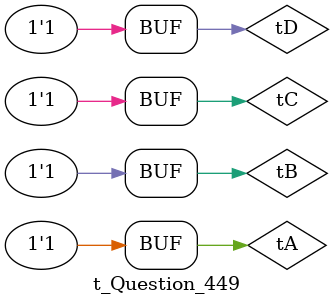
<source format=v>
module Question_449(F1, F2, A, B, C, D);
output F1;
output F2;
input A, B, C, D;
wire T1, T2, T3, T4, n1Out, n2Out, n3Out;

//Set up prims
not n1(n1Out, B);
and a1(T1, n1Out, C);
or o1(T3, T1, A);
not n2(n2Out, A);
and a2(T2, n2Out, B);
not n3(n3Out, D);
xor x1(T4, T2, D);
or o2(F1, T4, T3);
or o3(F2, T2, n3Out);

endmodule       
 
module t_Question_449;
reg tA,tB,tC,tD;
wire tF1, tF2;

Question_449 tM(tF1, tF2, tA, tB, tC, tD);

initial 
	begin 
	    tA = 0; tB = 0; tC = 0; tD = 0;
	#10 tA = 0; tB = 0; tC = 0; tD = 1;	
   	#10 tA = 0; tB = 0; tC = 1; tD = 0;
	#10 tA = 0; tB = 0; tC = 1; tD = 1;
        #10 tA = 0; tB = 1; tC = 0; tD = 0;
	#10 tA = 0; tB = 1; tC = 0; tD = 1;
        #10 tA = 0; tB = 1; tC = 1; tD = 0;
        #10 tA = 0; tB = 1; tC = 1; tD = 1;
        #10 tA = 1; tB = 0; tC = 0; tD = 0;
	#10 tA = 1; tB = 0; tC = 0; tD = 1;
        #10 tA = 1; tB = 0; tC = 1; tD = 0;
        #10 tA = 1; tB = 0; tC = 1; tD = 1;
        #10 tA = 1; tB = 1; tC = 0; tD = 0;
        #10 tA = 1; tB = 1; tC = 0; tD = 1;
        #10 tA = 1; tB = 1; tC = 1; tD = 0;
        #10 tA = 1; tB = 1; tC = 1; tD = 1;
	end

initial 
	begin 
	$monitor("F1 = %b F2 = %b A = %b B = %b	C = %b D = %b ", tF1, tF2, tA, tB, tC, tD);
	end
endmodule

</source>
